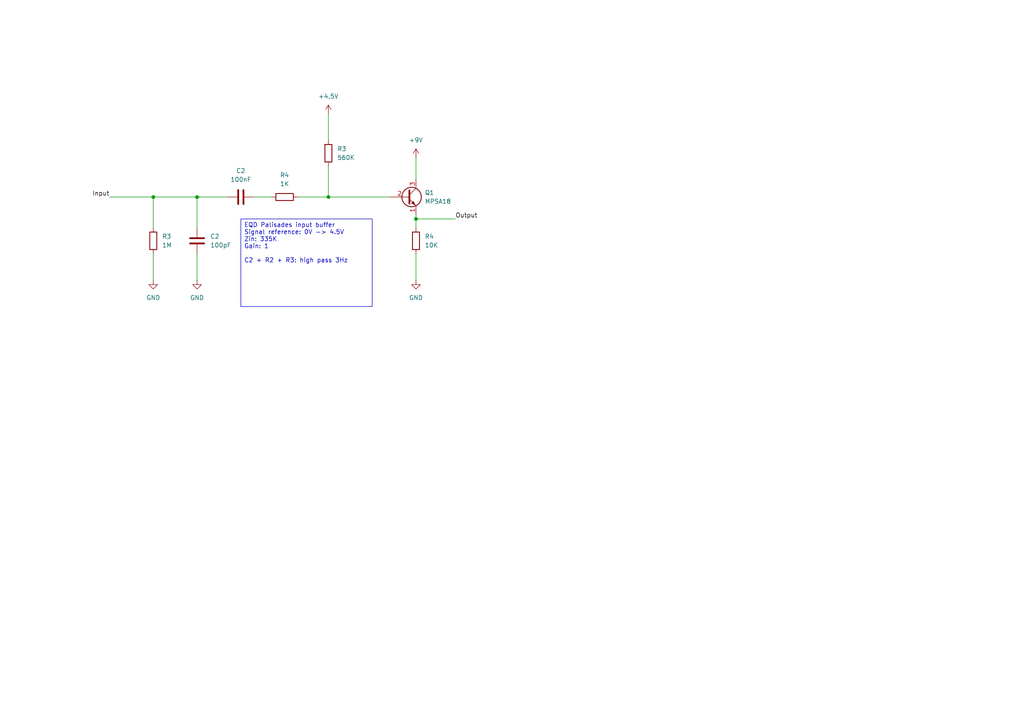
<source format=kicad_sch>
(kicad_sch (version 20250114) (generator "eeschema") (generator_version "9.0")
  (paper "A4")
  (lib_symbols
    (symbol "Device:C" (pin_numbers (hide yes)) (pin_names (offset 0.254))
      (property "Reference" "C" (at 0.635 2.54 0))
      (property "Value" "C" (at 0.635 -2.54 0))
      (symbol "C_0_1"
        (polyline (pts (xy -2.032 0.762) (xy 2.032 0.762)) (stroke (width 0.508)))
        (polyline (pts (xy -2.032 -0.762) (xy 2.032 -0.762)) (stroke (width 0.508)))
      )
      (symbol "C_1_1"
        (pin passive line (at 0 3.81 270) (length 2.794) (name "~") (number "1"))
        (pin passive line (at 0 -3.81 90) (length 2.794) (name "~") (number "2"))
      )
    )
    (symbol "Device:Q_NPN_EBC" (pin_names (offset 0) (hide yes))
      (property "Reference" "Q" (at 5.08 1.27 0))
      (property "Value" "Q_NPN_EBC" (at 5.08 -1.27 0))
      (symbol "Q_NPN_EBC_0_1"
        (polyline (pts (xy 0.635 1.905) (xy 0.635 -1.905) (xy 0.635 -1.905)) (stroke (width 0.508)))
        (polyline (pts (xy 0.635 0.635) (xy 2.54 2.54)))
        (polyline (pts (xy 0.635 -0.635) (xy 2.54 -2.54) (xy 2.54 -2.54)))
        (circle (center 1.27 0) (radius 2.8194) (stroke (width 0.254)))
        (polyline (pts (xy 1.27 -1.778) (xy 1.778 -1.27) (xy 2.286 -2.286) (xy 1.27 -1.778) (xy 1.27 -1.778)) (fill (type outline)))
      )
      (symbol "Q_NPN_EBC_1_1"
        (pin passive line (at -5.08 0 0) (length 5.715) (name "B") (number "2"))
        (pin passive line (at 2.54 5.08 270) (length 2.54) (name "C") (number "3"))
        (pin passive line (at 2.54 -5.08 90) (length 2.54) (name "E") (number "1"))
      )
    )
    (symbol "Device:R" (pin_numbers (hide yes)) (pin_names (offset 0))
      (property "Reference" "R" (at 2.032 0 90))
      (property "Value" "R" (at 0 0 90))
      (symbol "R_0_1"
        (rectangle (start -1.016 -2.54) (end 1.016 2.54) (stroke (width 0.254)))
      )
      (symbol "R_1_1"
        (pin passive line (at 0 3.81 270) (length 1.27) (name "~") (number "1"))
        (pin passive line (at 0 -3.81 90) (length 1.27) (name "~") (number "2"))
      )
    )
    (symbol "power:+9V" (power) (pin_numbers (hide yes)) (pin_names (offset 0) (hide yes))
      (property "Value" "+9V" (at 0 3.556 0))
      (symbol "+9V_0_1"
        (polyline (pts (xy -0.762 1.27) (xy 0 2.54)))
        (polyline (pts (xy 0 2.54) (xy 0.762 1.27)))
        (polyline (pts (xy 0 0) (xy 0 2.54)))
      )
      (symbol "+9V_1_1"
        (pin power_in line (at 0 0 90) (length 0) (name "~") (number "1"))
      )
    )
    (symbol "power:GND" (power) (pin_numbers (hide yes)) (pin_names (offset 0) (hide yes))
      (property "Value" "GND" (at 0 -3.81 0))
      (symbol "GND_0_1"
        (polyline (pts (xy 0 0) (xy 0 -1.27) (xy 1.27 -1.27) (xy 0 -2.54) (xy -1.27 -1.27) (xy 0 -1.27)))
      )
      (symbol "GND_1_1"
        (pin power_in line (at 0 0 270) (length 0) (name "~") (number "1"))
      )
    )
  )
  (text_box "EQD Palisades input buffer\nSignal reference: 0V -> 4.5V\nZin: 335K\nGain: 1\n\nC2 + R2 + R3: high pass 3Hz" (at 69.85 63.5 0) (size 38.1 25.4) (margins 0.9525 0.9525 0.9525 0.9525) (effects (font (size 1.27 1.27)) (justify left top)))
  (junction (at 44.45 57.15))
  (junction (at 120.65 63.5))
  (junction (at 95.25 57.15))
  (junction (at 57.15 57.15))
  (wire (pts (xy 73.66 57.15) (xy 78.74 57.15)))
  (wire (pts (xy 44.45 73.66) (xy 44.45 81.28)))
  (wire (pts (xy 120.65 52.07) (xy 120.65 45.72)))
  (wire (pts (xy 120.65 63.5) (xy 132.08 63.5)))
  (wire (pts (xy 44.45 66.04) (xy 44.45 57.15)))
  (wire (pts (xy 57.15 57.15) (xy 66.04 57.15)))
  (wire (pts (xy 95.25 48.26) (xy 95.25 57.15)))
  (wire (pts (xy 120.65 63.5) (xy 120.65 66.04)))
  (wire (pts (xy 86.36 57.15) (xy 95.25 57.15)))
  (wire (pts (xy 95.25 33.02) (xy 95.25 40.64)))
  (wire (pts (xy 120.65 73.66) (xy 120.65 81.28)))
  (wire (pts (xy 44.45 57.15) (xy 57.15 57.15)))
  (wire (pts (xy 113.03 57.15) (xy 95.25 57.15)))
  (wire (pts (xy 31.75 57.15) (xy 44.45 57.15)))
  (wire (pts (xy 57.15 57.15) (xy 57.15 66.04)))
  (wire (pts (xy 57.15 73.66) (xy 57.15 81.28)))
  (wire (pts (xy 120.65 62.23) (xy 120.65 63.5)))
  (label "Input" (at 31.75 57.15 180))
  (label "Output" (at 132.08 63.5 0))
  (symbol (lib_id "Device:R") (at 120.65 69.85 0) (unit 1)
    (property "Reference" "R4" (at 123.19 68.5799 0) (effects (justify left)))
    (property "Value" "10K" (at 123.19 71.1199 0) (effects (justify left)))
    (property "Footprint" "Resistor_THT:R_Axial_DIN0207_L6.3mm_D2.5mm_P7.62mm_Horizontal" (effects (hide yes)))
    (property "Description" "Resistor" (effects (hide yes)))
  )
  (symbol (lib_id "Device:R") (at 95.25 44.45 0) (unit 1)
    (property "Reference" "R3" (at 97.79 43.1799 0) (effects (justify left)))
    (property "Value" "560K" (at 97.79 45.7199 0) (effects (justify left)))
    (property "Footprint" "Resistor_THT:R_Axial_DIN0207_L6.3mm_D2.5mm_P7.62mm_Horizontal" (effects (hide yes)))
    (property "Description" "Resistor" (effects (hide yes)))
  )
  (symbol (lib_id "power:GND") (at 57.15 81.28 0) (unit 1)
    (property "Reference" "#PWR010" (effects (hide yes)))
    (property "Value" "GND" (at 57.15 86.36 0))
    (property "Description" "Power symbol creates a global label with name \"GND\" , ground" (effects (hide yes)))
  )
  (symbol (lib_id "Device:R") (at 44.45 69.85 0) (unit 1)
    (property "Reference" "R3" (at 46.99 68.5799 0) (effects (justify left)))
    (property "Value" "1M" (at 46.99 71.1199 0) (effects (justify left)))
    (property "Footprint" "Resistor_THT:R_Axial_DIN0207_L6.3mm_D2.5mm_P7.62mm_Horizontal" (effects (hide yes)))
    (property "Description" "Resistor" (effects (hide yes)))
  )
  (symbol (lib_id "power:GND") (at 120.65 81.28 0) (unit 1)
    (property "Reference" "#PWR08" (effects (hide yes)))
    (property "Value" "GND" (at 120.65 86.36 0))
    (property "Description" "Power symbol creates a global label with name \"GND\" , ground" (effects (hide yes)))
  )
  (symbol (lib_id "power:+9V") (at 95.25 33.02 0) (mirror y) (unit 1)
    (property "Reference" "#PWR07" (effects (hide yes)))
    (property "Value" "+4.5V" (at 95.25 27.94 0))
    (property "Description" "Power symbol creates a global label with name \"+9V\"" (effects (hide yes)))
  )
  (symbol (lib_id "power:+9V") (at 120.65 45.72 0) (mirror y) (unit 1)
    (property "Reference" "#PWR09" (effects (hide yes)))
    (property "Value" "+9V" (at 120.65 40.64 0))
    (property "Description" "Power symbol creates a global label with name \"+9V\"" (effects (hide yes)))
  )
  (symbol (lib_id "Device:C") (at 69.85 57.15 90) (unit 1)
    (property "Reference" "C2" (at 69.85 49.53 90))
    (property "Value" "100nF" (at 69.85 52.07 90))
    (property "Description" "Unpolarized capacitor" (effects (hide yes)))
  )
  (symbol (lib_id "Device:C") (at 57.15 69.85 180) (unit 1)
    (property "Reference" "C2" (at 60.96 68.5799 0) (effects (justify right)))
    (property "Value" "100pF" (at 60.96 71.1199 0) (effects (justify right)))
    (property "Description" "Unpolarized capacitor" (effects (hide yes)))
  )
  (symbol (lib_id "power:GND") (at 44.45 81.28 0) (unit 1)
    (property "Reference" "#PWR011" (effects (hide yes)))
    (property "Value" "GND" (at 44.45 86.36 0))
    (property "Description" "Power symbol creates a global label with name \"GND\" , ground" (effects (hide yes)))
  )
  (symbol (lib_id "Device:Q_NPN_EBC") (at 118.11 57.15 0) (unit 1)
    (property "Reference" "Q1" (at 123.19 55.8799 0) (effects (justify left)))
    (property "Value" "MPSA18" (at 123.19 58.4199 0) (effects (justify left)))
    (property "Description" "NPN transistor, emitter/base/collector" (effects (hide yes)))
  )
  (symbol (lib_id "Device:R") (at 82.55 57.15 270) (unit 1)
    (property "Reference" "R4" (at 82.55 50.8 90))
    (property "Value" "1K" (at 82.55 53.34 90))
    (property "Footprint" "Resistor_THT:R_Axial_DIN0207_L6.3mm_D2.5mm_P7.62mm_Horizontal" (effects (hide yes)))
    (property "Description" "Resistor" (effects (hide yes)))
  )
)
</source>
